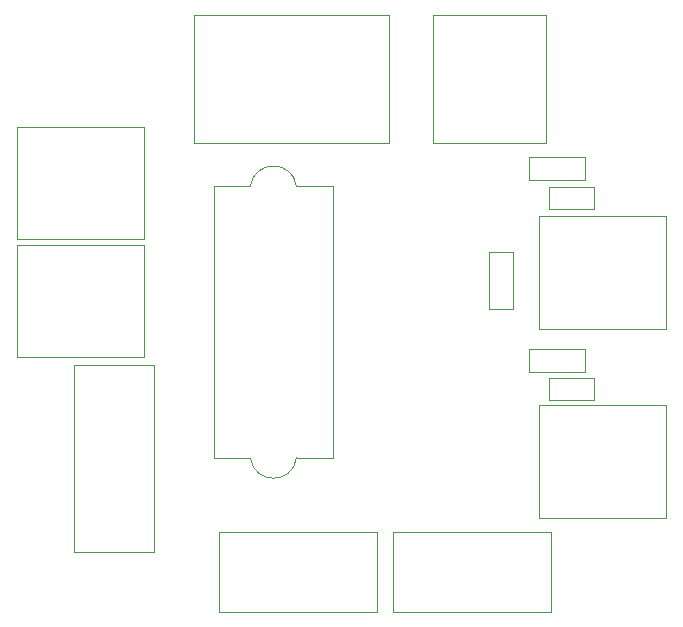
<source format=gbr>
G04 #@! TF.FileFunction,Other,User*
%FSLAX46Y46*%
G04 Gerber Fmt 4.6, Leading zero omitted, Abs format (unit mm)*
G04 Created by KiCad (PCBNEW 4.0.5) date Thu Feb 16 15:21:35 2017*
%MOMM*%
%LPD*%
G01*
G04 APERTURE LIST*
%ADD10C,0.100000*%
%ADD11C,0.050000*%
G04 APERTURE END LIST*
D10*
D11*
X128000000Y-98025000D02*
X128000000Y-91275000D01*
X128000000Y-91275000D02*
X114650000Y-91275000D01*
X114650000Y-91275000D02*
X114650000Y-98025000D01*
X114650000Y-98025000D02*
X128000000Y-98025000D01*
X121199611Y-61996989D02*
G75*
G03X117300000Y-62000000I-1949611J-253011D01*
G01*
X117300389Y-85003011D02*
G75*
G03X121200000Y-85000000I1949611J253011D01*
G01*
X124300000Y-85000000D02*
X121200000Y-85000000D01*
X124300000Y-62000000D02*
X124300000Y-85000000D01*
X114200000Y-85000000D02*
X114200000Y-62000000D01*
X117300000Y-85000000D02*
X114200000Y-85000000D01*
X117300000Y-62000000D02*
X114200000Y-62000000D01*
X121200000Y-62000000D02*
X124300000Y-62000000D01*
X141700000Y-90050000D02*
X152500000Y-90050000D01*
X152500000Y-90050000D02*
X152500000Y-80550000D01*
X152500000Y-80550000D02*
X141700000Y-80550000D01*
X141700000Y-80550000D02*
X141700000Y-90050000D01*
X142725000Y-98025000D02*
X142725000Y-91275000D01*
X142725000Y-91275000D02*
X129375000Y-91275000D01*
X129375000Y-91275000D02*
X129375000Y-98025000D01*
X129375000Y-98025000D02*
X142725000Y-98025000D01*
X102350000Y-92950000D02*
X109100000Y-92950000D01*
X109100000Y-92950000D02*
X109100000Y-77100000D01*
X109100000Y-77100000D02*
X102350000Y-77100000D01*
X102350000Y-77100000D02*
X102350000Y-92950000D01*
X142600000Y-80100000D02*
X142600000Y-78200000D01*
X142600000Y-78200000D02*
X146400000Y-78200000D01*
X146400000Y-78200000D02*
X146400000Y-80100000D01*
X146400000Y-80100000D02*
X142600000Y-80100000D01*
X142550980Y-63950000D02*
X142550980Y-62050000D01*
X142550980Y-62050000D02*
X146350980Y-62050000D01*
X146350980Y-62050000D02*
X146350980Y-63950000D01*
X146350980Y-63950000D02*
X142550980Y-63950000D01*
X140850000Y-75750000D02*
X145650000Y-75750000D01*
X140850000Y-77750000D02*
X145650000Y-77750000D01*
X140850000Y-75750000D02*
X140850000Y-77750000D01*
X145650000Y-75750000D02*
X145650000Y-77750000D01*
X140850000Y-59500000D02*
X145650000Y-59500000D01*
X140850000Y-61500000D02*
X145650000Y-61500000D01*
X140850000Y-59500000D02*
X140850000Y-61500000D01*
X145650000Y-59500000D02*
X145650000Y-61500000D01*
X137500000Y-72400000D02*
X137500000Y-67600000D01*
X139500000Y-72400000D02*
X139500000Y-67600000D01*
X137500000Y-72400000D02*
X139500000Y-72400000D01*
X137500000Y-67600000D02*
X139500000Y-67600000D01*
X108300000Y-56950000D02*
X97500000Y-56950000D01*
X97500000Y-56950000D02*
X97500000Y-66450000D01*
X97500000Y-66450000D02*
X108300000Y-66450000D01*
X108300000Y-66450000D02*
X108300000Y-56950000D01*
X108300000Y-66950000D02*
X97500000Y-66950000D01*
X97500000Y-66950000D02*
X97500000Y-76450000D01*
X97500000Y-76450000D02*
X108300000Y-76450000D01*
X108300000Y-76450000D02*
X108300000Y-66950000D01*
X129050000Y-58300000D02*
X129050000Y-47500000D01*
X129050000Y-47500000D02*
X112550000Y-47500000D01*
X112550000Y-47500000D02*
X112550000Y-58300000D01*
X112550000Y-58300000D02*
X129050000Y-58300000D01*
X142300000Y-58300000D02*
X142300000Y-47500000D01*
X142300000Y-47500000D02*
X132800000Y-47500000D01*
X132800000Y-47500000D02*
X132800000Y-58300000D01*
X132800000Y-58300000D02*
X142300000Y-58300000D01*
X141700000Y-74050000D02*
X152500000Y-74050000D01*
X152500000Y-74050000D02*
X152500000Y-64550000D01*
X152500000Y-64550000D02*
X141700000Y-64550000D01*
X141700000Y-64550000D02*
X141700000Y-74050000D01*
M02*

</source>
